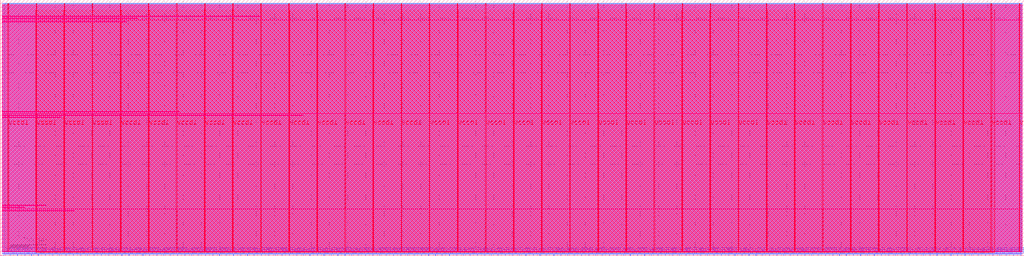
<source format=lef>
VERSION 5.7 ;
  NOWIREEXTENSIONATPIN ON ;
  DIVIDERCHAR "/" ;
  BUSBITCHARS "[]" ;
MACRO RAM_512x64
  CLASS BLOCK ;
  FOREIGN RAM_512x64 ;
  ORIGIN 0.000 0.000 ;
  SIZE 2800.000 BY 700.000 ;
  PIN A[0]
    DIRECTION INPUT ;
    USE SIGNAL ;
    PORT
      LAYER met2 ;
        RECT 2447.290 0.000 2447.570 4.000 ;
    END
  END A[0]
  PIN A[1]
    DIRECTION INPUT ;
    USE SIGNAL ;
    PORT
      LAYER met2 ;
        RECT 2466.150 0.000 2466.430 4.000 ;
    END
  END A[1]
  PIN A[2]
    DIRECTION INPUT ;
    USE SIGNAL ;
    PORT
      LAYER met2 ;
        RECT 2485.470 0.000 2485.750 4.000 ;
    END
  END A[2]
  PIN A[3]
    DIRECTION INPUT ;
    USE SIGNAL ;
    PORT
      LAYER met2 ;
        RECT 2504.330 0.000 2504.610 4.000 ;
    END
  END A[3]
  PIN A[4]
    DIRECTION INPUT ;
    USE SIGNAL ;
    PORT
      LAYER met2 ;
        RECT 2523.190 0.000 2523.470 4.000 ;
    END
  END A[4]
  PIN A[5]
    DIRECTION INPUT ;
    USE SIGNAL ;
    PORT
      LAYER met2 ;
        RECT 2542.510 0.000 2542.790 4.000 ;
    END
  END A[5]
  PIN A[6]
    DIRECTION INPUT ;
    USE SIGNAL ;
    PORT
      LAYER met2 ;
        RECT 2561.370 0.000 2561.650 4.000 ;
    END
  END A[6]
  PIN A[7]
    DIRECTION INPUT ;
    USE SIGNAL ;
    PORT
      LAYER met2 ;
        RECT 2580.690 0.000 2580.970 4.000 ;
    END
  END A[7]
  PIN A[8]
    DIRECTION INPUT ;
    USE SIGNAL ;
    PORT
      LAYER met2 ;
        RECT 2599.550 0.000 2599.830 4.000 ;
    END
  END A[8]
  PIN CLK
    DIRECTION INPUT ;
    USE SIGNAL ;
    PORT
      LAYER met2 ;
        RECT 2618.410 0.000 2618.690 4.000 ;
    END
  END CLK
  PIN Di[0]
    DIRECTION INPUT ;
    USE SIGNAL ;
    PORT
      LAYER met2 ;
        RECT 1228.290 0.000 1228.570 4.000 ;
    END
  END Di[0]
  PIN Di[10]
    DIRECTION INPUT ;
    USE SIGNAL ;
    PORT
      LAYER met2 ;
        RECT 1418.730 0.000 1419.010 4.000 ;
    END
  END Di[10]
  PIN Di[11]
    DIRECTION INPUT ;
    USE SIGNAL ;
    PORT
      LAYER met2 ;
        RECT 1437.590 0.000 1437.870 4.000 ;
    END
  END Di[11]
  PIN Di[12]
    DIRECTION INPUT ;
    USE SIGNAL ;
    PORT
      LAYER met2 ;
        RECT 1456.910 0.000 1457.190 4.000 ;
    END
  END Di[12]
  PIN Di[13]
    DIRECTION INPUT ;
    USE SIGNAL ;
    PORT
      LAYER met2 ;
        RECT 1475.770 0.000 1476.050 4.000 ;
    END
  END Di[13]
  PIN Di[14]
    DIRECTION INPUT ;
    USE SIGNAL ;
    PORT
      LAYER met2 ;
        RECT 1494.630 0.000 1494.910 4.000 ;
    END
  END Di[14]
  PIN Di[15]
    DIRECTION INPUT ;
    USE SIGNAL ;
    PORT
      LAYER met2 ;
        RECT 1513.950 0.000 1514.230 4.000 ;
    END
  END Di[15]
  PIN Di[16]
    DIRECTION INPUT ;
    USE SIGNAL ;
    PORT
      LAYER met2 ;
        RECT 1532.810 0.000 1533.090 4.000 ;
    END
  END Di[16]
  PIN Di[17]
    DIRECTION INPUT ;
    USE SIGNAL ;
    PORT
      LAYER met2 ;
        RECT 1552.130 0.000 1552.410 4.000 ;
    END
  END Di[17]
  PIN Di[18]
    DIRECTION INPUT ;
    USE SIGNAL ;
    PORT
      LAYER met2 ;
        RECT 1570.990 0.000 1571.270 4.000 ;
    END
  END Di[18]
  PIN Di[19]
    DIRECTION INPUT ;
    USE SIGNAL ;
    PORT
      LAYER met2 ;
        RECT 1589.850 0.000 1590.130 4.000 ;
    END
  END Di[19]
  PIN Di[1]
    DIRECTION INPUT ;
    USE SIGNAL ;
    PORT
      LAYER met2 ;
        RECT 1247.150 0.000 1247.430 4.000 ;
    END
  END Di[1]
  PIN Di[20]
    DIRECTION INPUT ;
    USE SIGNAL ;
    PORT
      LAYER met2 ;
        RECT 1609.170 0.000 1609.450 4.000 ;
    END
  END Di[20]
  PIN Di[21]
    DIRECTION INPUT ;
    USE SIGNAL ;
    PORT
      LAYER met2 ;
        RECT 1628.030 0.000 1628.310 4.000 ;
    END
  END Di[21]
  PIN Di[22]
    DIRECTION INPUT ;
    USE SIGNAL ;
    PORT
      LAYER met2 ;
        RECT 1647.350 0.000 1647.630 4.000 ;
    END
  END Di[22]
  PIN Di[23]
    DIRECTION INPUT ;
    USE SIGNAL ;
    PORT
      LAYER met2 ;
        RECT 1666.210 0.000 1666.490 4.000 ;
    END
  END Di[23]
  PIN Di[24]
    DIRECTION INPUT ;
    USE SIGNAL ;
    PORT
      LAYER met2 ;
        RECT 1685.070 0.000 1685.350 4.000 ;
    END
  END Di[24]
  PIN Di[25]
    DIRECTION INPUT ;
    USE SIGNAL ;
    PORT
      LAYER met2 ;
        RECT 1704.390 0.000 1704.670 4.000 ;
    END
  END Di[25]
  PIN Di[26]
    DIRECTION INPUT ;
    USE SIGNAL ;
    PORT
      LAYER met2 ;
        RECT 1723.250 0.000 1723.530 4.000 ;
    END
  END Di[26]
  PIN Di[27]
    DIRECTION INPUT ;
    USE SIGNAL ;
    PORT
      LAYER met2 ;
        RECT 1742.570 0.000 1742.850 4.000 ;
    END
  END Di[27]
  PIN Di[28]
    DIRECTION INPUT ;
    USE SIGNAL ;
    PORT
      LAYER met2 ;
        RECT 1761.430 0.000 1761.710 4.000 ;
    END
  END Di[28]
  PIN Di[29]
    DIRECTION INPUT ;
    USE SIGNAL ;
    PORT
      LAYER met2 ;
        RECT 1780.290 0.000 1780.570 4.000 ;
    END
  END Di[29]
  PIN Di[2]
    DIRECTION INPUT ;
    USE SIGNAL ;
    PORT
      LAYER met2 ;
        RECT 1266.010 0.000 1266.290 4.000 ;
    END
  END Di[2]
  PIN Di[30]
    DIRECTION INPUT ;
    USE SIGNAL ;
    PORT
      LAYER met2 ;
        RECT 1799.610 0.000 1799.890 4.000 ;
    END
  END Di[30]
  PIN Di[31]
    DIRECTION INPUT ;
    USE SIGNAL ;
    PORT
      LAYER met2 ;
        RECT 1818.470 0.000 1818.750 4.000 ;
    END
  END Di[31]
  PIN Di[32]
    DIRECTION INPUT ;
    USE SIGNAL ;
    PORT
      LAYER met2 ;
        RECT 1837.790 0.000 1838.070 4.000 ;
    END
  END Di[32]
  PIN Di[33]
    DIRECTION INPUT ;
    USE SIGNAL ;
    PORT
      LAYER met2 ;
        RECT 1856.650 0.000 1856.930 4.000 ;
    END
  END Di[33]
  PIN Di[34]
    DIRECTION INPUT ;
    USE SIGNAL ;
    PORT
      LAYER met2 ;
        RECT 1875.970 0.000 1876.250 4.000 ;
    END
  END Di[34]
  PIN Di[35]
    DIRECTION INPUT ;
    USE SIGNAL ;
    PORT
      LAYER met2 ;
        RECT 1894.830 0.000 1895.110 4.000 ;
    END
  END Di[35]
  PIN Di[36]
    DIRECTION INPUT ;
    USE SIGNAL ;
    PORT
      LAYER met2 ;
        RECT 1913.690 0.000 1913.970 4.000 ;
    END
  END Di[36]
  PIN Di[37]
    DIRECTION INPUT ;
    USE SIGNAL ;
    PORT
      LAYER met2 ;
        RECT 1933.010 0.000 1933.290 4.000 ;
    END
  END Di[37]
  PIN Di[38]
    DIRECTION INPUT ;
    USE SIGNAL ;
    PORT
      LAYER met2 ;
        RECT 1951.870 0.000 1952.150 4.000 ;
    END
  END Di[38]
  PIN Di[39]
    DIRECTION INPUT ;
    USE SIGNAL ;
    PORT
      LAYER met2 ;
        RECT 1971.190 0.000 1971.470 4.000 ;
    END
  END Di[39]
  PIN Di[3]
    DIRECTION INPUT ;
    USE SIGNAL ;
    PORT
      LAYER met2 ;
        RECT 1285.330 0.000 1285.610 4.000 ;
    END
  END Di[3]
  PIN Di[40]
    DIRECTION INPUT ;
    USE SIGNAL ;
    PORT
      LAYER met2 ;
        RECT 1990.050 0.000 1990.330 4.000 ;
    END
  END Di[40]
  PIN Di[41]
    DIRECTION INPUT ;
    USE SIGNAL ;
    PORT
      LAYER met2 ;
        RECT 2008.910 0.000 2009.190 4.000 ;
    END
  END Di[41]
  PIN Di[42]
    DIRECTION INPUT ;
    USE SIGNAL ;
    PORT
      LAYER met2 ;
        RECT 2028.230 0.000 2028.510 4.000 ;
    END
  END Di[42]
  PIN Di[43]
    DIRECTION INPUT ;
    USE SIGNAL ;
    PORT
      LAYER met2 ;
        RECT 2047.090 0.000 2047.370 4.000 ;
    END
  END Di[43]
  PIN Di[44]
    DIRECTION INPUT ;
    USE SIGNAL ;
    PORT
      LAYER met2 ;
        RECT 2066.410 0.000 2066.690 4.000 ;
    END
  END Di[44]
  PIN Di[45]
    DIRECTION INPUT ;
    USE SIGNAL ;
    PORT
      LAYER met2 ;
        RECT 2085.270 0.000 2085.550 4.000 ;
    END
  END Di[45]
  PIN Di[46]
    DIRECTION INPUT ;
    USE SIGNAL ;
    PORT
      LAYER met2 ;
        RECT 2104.130 0.000 2104.410 4.000 ;
    END
  END Di[46]
  PIN Di[47]
    DIRECTION INPUT ;
    USE SIGNAL ;
    PORT
      LAYER met2 ;
        RECT 2123.450 0.000 2123.730 4.000 ;
    END
  END Di[47]
  PIN Di[48]
    DIRECTION INPUT ;
    USE SIGNAL ;
    PORT
      LAYER met2 ;
        RECT 2142.310 0.000 2142.590 4.000 ;
    END
  END Di[48]
  PIN Di[49]
    DIRECTION INPUT ;
    USE SIGNAL ;
    PORT
      LAYER met2 ;
        RECT 2161.630 0.000 2161.910 4.000 ;
    END
  END Di[49]
  PIN Di[4]
    DIRECTION INPUT ;
    USE SIGNAL ;
    PORT
      LAYER met2 ;
        RECT 1304.190 0.000 1304.470 4.000 ;
    END
  END Di[4]
  PIN Di[50]
    DIRECTION INPUT ;
    USE SIGNAL ;
    PORT
      LAYER met2 ;
        RECT 2180.490 0.000 2180.770 4.000 ;
    END
  END Di[50]
  PIN Di[51]
    DIRECTION INPUT ;
    USE SIGNAL ;
    PORT
      LAYER met2 ;
        RECT 2199.350 0.000 2199.630 4.000 ;
    END
  END Di[51]
  PIN Di[52]
    DIRECTION INPUT ;
    USE SIGNAL ;
    PORT
      LAYER met2 ;
        RECT 2218.670 0.000 2218.950 4.000 ;
    END
  END Di[52]
  PIN Di[53]
    DIRECTION INPUT ;
    USE SIGNAL ;
    PORT
      LAYER met2 ;
        RECT 2237.530 0.000 2237.810 4.000 ;
    END
  END Di[53]
  PIN Di[54]
    DIRECTION INPUT ;
    USE SIGNAL ;
    PORT
      LAYER met2 ;
        RECT 2256.850 0.000 2257.130 4.000 ;
    END
  END Di[54]
  PIN Di[55]
    DIRECTION INPUT ;
    USE SIGNAL ;
    PORT
      LAYER met2 ;
        RECT 2275.710 0.000 2275.990 4.000 ;
    END
  END Di[55]
  PIN Di[56]
    DIRECTION INPUT ;
    USE SIGNAL ;
    PORT
      LAYER met2 ;
        RECT 2294.570 0.000 2294.850 4.000 ;
    END
  END Di[56]
  PIN Di[57]
    DIRECTION INPUT ;
    USE SIGNAL ;
    PORT
      LAYER met2 ;
        RECT 2313.890 0.000 2314.170 4.000 ;
    END
  END Di[57]
  PIN Di[58]
    DIRECTION INPUT ;
    USE SIGNAL ;
    PORT
      LAYER met2 ;
        RECT 2332.750 0.000 2333.030 4.000 ;
    END
  END Di[58]
  PIN Di[59]
    DIRECTION INPUT ;
    USE SIGNAL ;
    PORT
      LAYER met2 ;
        RECT 2352.070 0.000 2352.350 4.000 ;
    END
  END Di[59]
  PIN Di[5]
    DIRECTION INPUT ;
    USE SIGNAL ;
    PORT
      LAYER met2 ;
        RECT 1323.510 0.000 1323.790 4.000 ;
    END
  END Di[5]
  PIN Di[60]
    DIRECTION INPUT ;
    USE SIGNAL ;
    PORT
      LAYER met2 ;
        RECT 2370.930 0.000 2371.210 4.000 ;
    END
  END Di[60]
  PIN Di[61]
    DIRECTION INPUT ;
    USE SIGNAL ;
    PORT
      LAYER met2 ;
        RECT 2390.250 0.000 2390.530 4.000 ;
    END
  END Di[61]
  PIN Di[62]
    DIRECTION INPUT ;
    USE SIGNAL ;
    PORT
      LAYER met2 ;
        RECT 2409.110 0.000 2409.390 4.000 ;
    END
  END Di[62]
  PIN Di[63]
    DIRECTION INPUT ;
    USE SIGNAL ;
    PORT
      LAYER met2 ;
        RECT 2427.970 0.000 2428.250 4.000 ;
    END
  END Di[63]
  PIN Di[6]
    DIRECTION INPUT ;
    USE SIGNAL ;
    PORT
      LAYER met2 ;
        RECT 1342.370 0.000 1342.650 4.000 ;
    END
  END Di[6]
  PIN Di[7]
    DIRECTION INPUT ;
    USE SIGNAL ;
    PORT
      LAYER met2 ;
        RECT 1361.230 0.000 1361.510 4.000 ;
    END
  END Di[7]
  PIN Di[8]
    DIRECTION INPUT ;
    USE SIGNAL ;
    PORT
      LAYER met2 ;
        RECT 1380.550 0.000 1380.830 4.000 ;
    END
  END Di[8]
  PIN Di[9]
    DIRECTION INPUT ;
    USE SIGNAL ;
    PORT
      LAYER met2 ;
        RECT 1399.410 0.000 1399.690 4.000 ;
    END
  END Di[9]
  PIN Do[0]
    DIRECTION OUTPUT TRISTATE ;
    USE SIGNAL ;
    PORT
      LAYER met2 ;
        RECT 9.290 0.000 9.570 4.000 ;
    END
  END Do[0]
  PIN Do[10]
    DIRECTION OUTPUT TRISTATE ;
    USE SIGNAL ;
    PORT
      LAYER met2 ;
        RECT 199.730 0.000 200.010 4.000 ;
    END
  END Do[10]
  PIN Do[11]
    DIRECTION OUTPUT TRISTATE ;
    USE SIGNAL ;
    PORT
      LAYER met2 ;
        RECT 218.590 0.000 218.870 4.000 ;
    END
  END Do[11]
  PIN Do[12]
    DIRECTION OUTPUT TRISTATE ;
    USE SIGNAL ;
    PORT
      LAYER met2 ;
        RECT 237.450 0.000 237.730 4.000 ;
    END
  END Do[12]
  PIN Do[13]
    DIRECTION OUTPUT TRISTATE ;
    USE SIGNAL ;
    PORT
      LAYER met2 ;
        RECT 256.770 0.000 257.050 4.000 ;
    END
  END Do[13]
  PIN Do[14]
    DIRECTION OUTPUT TRISTATE ;
    USE SIGNAL ;
    PORT
      LAYER met2 ;
        RECT 275.630 0.000 275.910 4.000 ;
    END
  END Do[14]
  PIN Do[15]
    DIRECTION OUTPUT TRISTATE ;
    USE SIGNAL ;
    PORT
      LAYER met2 ;
        RECT 294.950 0.000 295.230 4.000 ;
    END
  END Do[15]
  PIN Do[16]
    DIRECTION OUTPUT TRISTATE ;
    USE SIGNAL ;
    PORT
      LAYER met2 ;
        RECT 313.810 0.000 314.090 4.000 ;
    END
  END Do[16]
  PIN Do[17]
    DIRECTION OUTPUT TRISTATE ;
    USE SIGNAL ;
    PORT
      LAYER met2 ;
        RECT 332.670 0.000 332.950 4.000 ;
    END
  END Do[17]
  PIN Do[18]
    DIRECTION OUTPUT TRISTATE ;
    USE SIGNAL ;
    PORT
      LAYER met2 ;
        RECT 351.990 0.000 352.270 4.000 ;
    END
  END Do[18]
  PIN Do[19]
    DIRECTION OUTPUT TRISTATE ;
    USE SIGNAL ;
    PORT
      LAYER met2 ;
        RECT 370.850 0.000 371.130 4.000 ;
    END
  END Do[19]
  PIN Do[1]
    DIRECTION OUTPUT TRISTATE ;
    USE SIGNAL ;
    PORT
      LAYER met2 ;
        RECT 28.150 0.000 28.430 4.000 ;
    END
  END Do[1]
  PIN Do[20]
    DIRECTION OUTPUT TRISTATE ;
    USE SIGNAL ;
    PORT
      LAYER met2 ;
        RECT 390.170 0.000 390.450 4.000 ;
    END
  END Do[20]
  PIN Do[21]
    DIRECTION OUTPUT TRISTATE ;
    USE SIGNAL ;
    PORT
      LAYER met2 ;
        RECT 409.030 0.000 409.310 4.000 ;
    END
  END Do[21]
  PIN Do[22]
    DIRECTION OUTPUT TRISTATE ;
    USE SIGNAL ;
    PORT
      LAYER met2 ;
        RECT 427.890 0.000 428.170 4.000 ;
    END
  END Do[22]
  PIN Do[23]
    DIRECTION OUTPUT TRISTATE ;
    USE SIGNAL ;
    PORT
      LAYER met2 ;
        RECT 447.210 0.000 447.490 4.000 ;
    END
  END Do[23]
  PIN Do[24]
    DIRECTION OUTPUT TRISTATE ;
    USE SIGNAL ;
    PORT
      LAYER met2 ;
        RECT 466.070 0.000 466.350 4.000 ;
    END
  END Do[24]
  PIN Do[25]
    DIRECTION OUTPUT TRISTATE ;
    USE SIGNAL ;
    PORT
      LAYER met2 ;
        RECT 485.390 0.000 485.670 4.000 ;
    END
  END Do[25]
  PIN Do[26]
    DIRECTION OUTPUT TRISTATE ;
    USE SIGNAL ;
    PORT
      LAYER met2 ;
        RECT 504.250 0.000 504.530 4.000 ;
    END
  END Do[26]
  PIN Do[27]
    DIRECTION OUTPUT TRISTATE ;
    USE SIGNAL ;
    PORT
      LAYER met2 ;
        RECT 523.570 0.000 523.850 4.000 ;
    END
  END Do[27]
  PIN Do[28]
    DIRECTION OUTPUT TRISTATE ;
    USE SIGNAL ;
    PORT
      LAYER met2 ;
        RECT 542.430 0.000 542.710 4.000 ;
    END
  END Do[28]
  PIN Do[29]
    DIRECTION OUTPUT TRISTATE ;
    USE SIGNAL ;
    PORT
      LAYER met2 ;
        RECT 561.290 0.000 561.570 4.000 ;
    END
  END Do[29]
  PIN Do[2]
    DIRECTION OUTPUT TRISTATE ;
    USE SIGNAL ;
    PORT
      LAYER met2 ;
        RECT 47.010 0.000 47.290 4.000 ;
    END
  END Do[2]
  PIN Do[30]
    DIRECTION OUTPUT TRISTATE ;
    USE SIGNAL ;
    PORT
      LAYER met2 ;
        RECT 580.610 0.000 580.890 4.000 ;
    END
  END Do[30]
  PIN Do[31]
    DIRECTION OUTPUT TRISTATE ;
    USE SIGNAL ;
    PORT
      LAYER met2 ;
        RECT 599.470 0.000 599.750 4.000 ;
    END
  END Do[31]
  PIN Do[32]
    DIRECTION OUTPUT TRISTATE ;
    USE SIGNAL ;
    PORT
      LAYER met2 ;
        RECT 618.790 0.000 619.070 4.000 ;
    END
  END Do[32]
  PIN Do[33]
    DIRECTION OUTPUT TRISTATE ;
    USE SIGNAL ;
    PORT
      LAYER met2 ;
        RECT 637.650 0.000 637.930 4.000 ;
    END
  END Do[33]
  PIN Do[34]
    DIRECTION OUTPUT TRISTATE ;
    USE SIGNAL ;
    PORT
      LAYER met2 ;
        RECT 656.510 0.000 656.790 4.000 ;
    END
  END Do[34]
  PIN Do[35]
    DIRECTION OUTPUT TRISTATE ;
    USE SIGNAL ;
    PORT
      LAYER met2 ;
        RECT 675.830 0.000 676.110 4.000 ;
    END
  END Do[35]
  PIN Do[36]
    DIRECTION OUTPUT TRISTATE ;
    USE SIGNAL ;
    PORT
      LAYER met2 ;
        RECT 694.690 0.000 694.970 4.000 ;
    END
  END Do[36]
  PIN Do[37]
    DIRECTION OUTPUT TRISTATE ;
    USE SIGNAL ;
    PORT
      LAYER met2 ;
        RECT 714.010 0.000 714.290 4.000 ;
    END
  END Do[37]
  PIN Do[38]
    DIRECTION OUTPUT TRISTATE ;
    USE SIGNAL ;
    PORT
      LAYER met2 ;
        RECT 732.870 0.000 733.150 4.000 ;
    END
  END Do[38]
  PIN Do[39]
    DIRECTION OUTPUT TRISTATE ;
    USE SIGNAL ;
    PORT
      LAYER met2 ;
        RECT 751.730 0.000 752.010 4.000 ;
    END
  END Do[39]
  PIN Do[3]
    DIRECTION OUTPUT TRISTATE ;
    USE SIGNAL ;
    PORT
      LAYER met2 ;
        RECT 66.330 0.000 66.610 4.000 ;
    END
  END Do[3]
  PIN Do[40]
    DIRECTION OUTPUT TRISTATE ;
    USE SIGNAL ;
    PORT
      LAYER met2 ;
        RECT 771.050 0.000 771.330 4.000 ;
    END
  END Do[40]
  PIN Do[41]
    DIRECTION OUTPUT TRISTATE ;
    USE SIGNAL ;
    PORT
      LAYER met2 ;
        RECT 789.910 0.000 790.190 4.000 ;
    END
  END Do[41]
  PIN Do[42]
    DIRECTION OUTPUT TRISTATE ;
    USE SIGNAL ;
    PORT
      LAYER met2 ;
        RECT 809.230 0.000 809.510 4.000 ;
    END
  END Do[42]
  PIN Do[43]
    DIRECTION OUTPUT TRISTATE ;
    USE SIGNAL ;
    PORT
      LAYER met2 ;
        RECT 828.090 0.000 828.370 4.000 ;
    END
  END Do[43]
  PIN Do[44]
    DIRECTION OUTPUT TRISTATE ;
    USE SIGNAL ;
    PORT
      LAYER met2 ;
        RECT 846.950 0.000 847.230 4.000 ;
    END
  END Do[44]
  PIN Do[45]
    DIRECTION OUTPUT TRISTATE ;
    USE SIGNAL ;
    PORT
      LAYER met2 ;
        RECT 866.270 0.000 866.550 4.000 ;
    END
  END Do[45]
  PIN Do[46]
    DIRECTION OUTPUT TRISTATE ;
    USE SIGNAL ;
    PORT
      LAYER met2 ;
        RECT 885.130 0.000 885.410 4.000 ;
    END
  END Do[46]
  PIN Do[47]
    DIRECTION OUTPUT TRISTATE ;
    USE SIGNAL ;
    PORT
      LAYER met2 ;
        RECT 904.450 0.000 904.730 4.000 ;
    END
  END Do[47]
  PIN Do[48]
    DIRECTION OUTPUT TRISTATE ;
    USE SIGNAL ;
    PORT
      LAYER met2 ;
        RECT 923.310 0.000 923.590 4.000 ;
    END
  END Do[48]
  PIN Do[49]
    DIRECTION OUTPUT TRISTATE ;
    USE SIGNAL ;
    PORT
      LAYER met2 ;
        RECT 942.630 0.000 942.910 4.000 ;
    END
  END Do[49]
  PIN Do[4]
    DIRECTION OUTPUT TRISTATE ;
    USE SIGNAL ;
    PORT
      LAYER met2 ;
        RECT 85.190 0.000 85.470 4.000 ;
    END
  END Do[4]
  PIN Do[50]
    DIRECTION OUTPUT TRISTATE ;
    USE SIGNAL ;
    PORT
      LAYER met2 ;
        RECT 961.490 0.000 961.770 4.000 ;
    END
  END Do[50]
  PIN Do[51]
    DIRECTION OUTPUT TRISTATE ;
    USE SIGNAL ;
    PORT
      LAYER met2 ;
        RECT 980.350 0.000 980.630 4.000 ;
    END
  END Do[51]
  PIN Do[52]
    DIRECTION OUTPUT TRISTATE ;
    USE SIGNAL ;
    PORT
      LAYER met2 ;
        RECT 999.670 0.000 999.950 4.000 ;
    END
  END Do[52]
  PIN Do[53]
    DIRECTION OUTPUT TRISTATE ;
    USE SIGNAL ;
    PORT
      LAYER met2 ;
        RECT 1018.530 0.000 1018.810 4.000 ;
    END
  END Do[53]
  PIN Do[54]
    DIRECTION OUTPUT TRISTATE ;
    USE SIGNAL ;
    PORT
      LAYER met2 ;
        RECT 1037.850 0.000 1038.130 4.000 ;
    END
  END Do[54]
  PIN Do[55]
    DIRECTION OUTPUT TRISTATE ;
    USE SIGNAL ;
    PORT
      LAYER met2 ;
        RECT 1056.710 0.000 1056.990 4.000 ;
    END
  END Do[55]
  PIN Do[56]
    DIRECTION OUTPUT TRISTATE ;
    USE SIGNAL ;
    PORT
      LAYER met2 ;
        RECT 1075.570 0.000 1075.850 4.000 ;
    END
  END Do[56]
  PIN Do[57]
    DIRECTION OUTPUT TRISTATE ;
    USE SIGNAL ;
    PORT
      LAYER met2 ;
        RECT 1094.890 0.000 1095.170 4.000 ;
    END
  END Do[57]
  PIN Do[58]
    DIRECTION OUTPUT TRISTATE ;
    USE SIGNAL ;
    PORT
      LAYER met2 ;
        RECT 1113.750 0.000 1114.030 4.000 ;
    END
  END Do[58]
  PIN Do[59]
    DIRECTION OUTPUT TRISTATE ;
    USE SIGNAL ;
    PORT
      LAYER met2 ;
        RECT 1133.070 0.000 1133.350 4.000 ;
    END
  END Do[59]
  PIN Do[5]
    DIRECTION OUTPUT TRISTATE ;
    USE SIGNAL ;
    PORT
      LAYER met2 ;
        RECT 104.510 0.000 104.790 4.000 ;
    END
  END Do[5]
  PIN Do[60]
    DIRECTION OUTPUT TRISTATE ;
    USE SIGNAL ;
    PORT
      LAYER met2 ;
        RECT 1151.930 0.000 1152.210 4.000 ;
    END
  END Do[60]
  PIN Do[61]
    DIRECTION OUTPUT TRISTATE ;
    USE SIGNAL ;
    PORT
      LAYER met2 ;
        RECT 1170.790 0.000 1171.070 4.000 ;
    END
  END Do[61]
  PIN Do[62]
    DIRECTION OUTPUT TRISTATE ;
    USE SIGNAL ;
    PORT
      LAYER met2 ;
        RECT 1190.110 0.000 1190.390 4.000 ;
    END
  END Do[62]
  PIN Do[63]
    DIRECTION OUTPUT TRISTATE ;
    USE SIGNAL ;
    PORT
      LAYER met2 ;
        RECT 1208.970 0.000 1209.250 4.000 ;
    END
  END Do[63]
  PIN Do[6]
    DIRECTION OUTPUT TRISTATE ;
    USE SIGNAL ;
    PORT
      LAYER met2 ;
        RECT 123.370 0.000 123.650 4.000 ;
    END
  END Do[6]
  PIN Do[7]
    DIRECTION OUTPUT TRISTATE ;
    USE SIGNAL ;
    PORT
      LAYER met2 ;
        RECT 142.230 0.000 142.510 4.000 ;
    END
  END Do[7]
  PIN Do[8]
    DIRECTION OUTPUT TRISTATE ;
    USE SIGNAL ;
    PORT
      LAYER met2 ;
        RECT 161.550 0.000 161.830 4.000 ;
    END
  END Do[8]
  PIN Do[9]
    DIRECTION OUTPUT TRISTATE ;
    USE SIGNAL ;
    PORT
      LAYER met2 ;
        RECT 180.410 0.000 180.690 4.000 ;
    END
  END Do[9]
  PIN EN
    DIRECTION INPUT ;
    USE SIGNAL ;
    PORT
      LAYER met2 ;
        RECT 2789.990 0.000 2790.270 4.000 ;
    END
  END EN
  PIN WE[0]
    DIRECTION INPUT ;
    USE SIGNAL ;
    PORT
      LAYER met2 ;
        RECT 2637.730 0.000 2638.010 4.000 ;
    END
  END WE[0]
  PIN WE[1]
    DIRECTION INPUT ;
    USE SIGNAL ;
    PORT
      LAYER met2 ;
        RECT 2656.590 0.000 2656.870 4.000 ;
    END
  END WE[1]
  PIN WE[2]
    DIRECTION INPUT ;
    USE SIGNAL ;
    PORT
      LAYER met2 ;
        RECT 2675.910 0.000 2676.190 4.000 ;
    END
  END WE[2]
  PIN WE[3]
    DIRECTION INPUT ;
    USE SIGNAL ;
    PORT
      LAYER met2 ;
        RECT 2694.770 0.000 2695.050 4.000 ;
    END
  END WE[3]
  PIN WE[4]
    DIRECTION INPUT ;
    USE SIGNAL ;
    PORT
      LAYER met2 ;
        RECT 2713.630 0.000 2713.910 4.000 ;
    END
  END WE[4]
  PIN WE[5]
    DIRECTION INPUT ;
    USE SIGNAL ;
    PORT
      LAYER met2 ;
        RECT 2732.950 0.000 2733.230 4.000 ;
    END
  END WE[5]
  PIN WE[6]
    DIRECTION INPUT ;
    USE SIGNAL ;
    PORT
      LAYER met2 ;
        RECT 2751.810 0.000 2752.090 4.000 ;
    END
  END WE[6]
  PIN WE[7]
    DIRECTION INPUT ;
    USE SIGNAL ;
    PORT
      LAYER met2 ;
        RECT 2771.130 0.000 2771.410 4.000 ;
    END
  END WE[7]
  PIN vccd1
    DIRECTION INOUT ;
    USE POWER ;
    PORT
      LAYER met4 ;
        RECT 2785.840 10.640 2787.440 688.400 ;
    END
  END vccd1
  PIN vccd1
    DIRECTION INOUT ;
    USE POWER ;
    PORT
      LAYER met4 ;
        RECT 2632.240 10.640 2633.840 688.400 ;
    END
  END vccd1
  PIN vccd1
    DIRECTION INOUT ;
    USE POWER ;
    PORT
      LAYER met4 ;
        RECT 2478.640 10.640 2480.240 688.400 ;
    END
  END vccd1
  PIN vccd1
    DIRECTION INOUT ;
    USE POWER ;
    PORT
      LAYER met4 ;
        RECT 2325.040 10.640 2326.640 688.400 ;
    END
  END vccd1
  PIN vccd1
    DIRECTION INOUT ;
    USE POWER ;
    PORT
      LAYER met4 ;
        RECT 2171.440 10.640 2173.040 688.400 ;
    END
  END vccd1
  PIN vccd1
    DIRECTION INOUT ;
    USE POWER ;
    PORT
      LAYER met4 ;
        RECT 2017.840 10.640 2019.440 688.400 ;
    END
  END vccd1
  PIN vccd1
    DIRECTION INOUT ;
    USE POWER ;
    PORT
      LAYER met4 ;
        RECT 1864.240 10.640 1865.840 688.400 ;
    END
  END vccd1
  PIN vccd1
    DIRECTION INOUT ;
    USE POWER ;
    PORT
      LAYER met4 ;
        RECT 1710.640 10.640 1712.240 688.400 ;
    END
  END vccd1
  PIN vccd1
    DIRECTION INOUT ;
    USE POWER ;
    PORT
      LAYER met4 ;
        RECT 1557.040 10.640 1558.640 688.400 ;
    END
  END vccd1
  PIN vccd1
    DIRECTION INOUT ;
    USE POWER ;
    PORT
      LAYER met4 ;
        RECT 1403.440 10.640 1405.040 688.400 ;
    END
  END vccd1
  PIN vccd1
    DIRECTION INOUT ;
    USE POWER ;
    PORT
      LAYER met4 ;
        RECT 1249.840 10.640 1251.440 688.400 ;
    END
  END vccd1
  PIN vccd1
    DIRECTION INOUT ;
    USE POWER ;
    PORT
      LAYER met4 ;
        RECT 1096.240 10.640 1097.840 688.400 ;
    END
  END vccd1
  PIN vccd1
    DIRECTION INOUT ;
    USE POWER ;
    PORT
      LAYER met4 ;
        RECT 942.640 10.640 944.240 688.400 ;
    END
  END vccd1
  PIN vccd1
    DIRECTION INOUT ;
    USE POWER ;
    PORT
      LAYER met4 ;
        RECT 789.040 10.640 790.640 688.400 ;
    END
  END vccd1
  PIN vccd1
    DIRECTION INOUT ;
    USE POWER ;
    PORT
      LAYER met4 ;
        RECT 635.440 10.640 637.040 688.400 ;
    END
  END vccd1
  PIN vccd1
    DIRECTION INOUT ;
    USE POWER ;
    PORT
      LAYER met4 ;
        RECT 481.840 10.640 483.440 688.400 ;
    END
  END vccd1
  PIN vccd1
    DIRECTION INOUT ;
    USE POWER ;
    PORT
      LAYER met4 ;
        RECT 328.240 10.640 329.840 688.400 ;
    END
  END vccd1
  PIN vccd1
    DIRECTION INOUT ;
    USE POWER ;
    PORT
      LAYER met4 ;
        RECT 174.640 10.640 176.240 688.400 ;
    END
  END vccd1
  PIN vccd1
    DIRECTION INOUT ;
    USE POWER ;
    PORT
      LAYER met4 ;
        RECT 21.040 10.640 22.640 688.400 ;
    END
  END vccd1
  PIN vssd1
    DIRECTION INOUT ;
    USE GROUND ;
    PORT
      LAYER met4 ;
        RECT 2709.040 10.640 2710.640 688.400 ;
    END
  END vssd1
  PIN vssd1
    DIRECTION INOUT ;
    USE GROUND ;
    PORT
      LAYER met4 ;
        RECT 2555.440 10.640 2557.040 688.400 ;
    END
  END vssd1
  PIN vssd1
    DIRECTION INOUT ;
    USE GROUND ;
    PORT
      LAYER met4 ;
        RECT 2401.840 10.640 2403.440 688.400 ;
    END
  END vssd1
  PIN vssd1
    DIRECTION INOUT ;
    USE GROUND ;
    PORT
      LAYER met4 ;
        RECT 2248.240 10.640 2249.840 688.400 ;
    END
  END vssd1
  PIN vssd1
    DIRECTION INOUT ;
    USE GROUND ;
    PORT
      LAYER met4 ;
        RECT 2094.640 10.640 2096.240 688.400 ;
    END
  END vssd1
  PIN vssd1
    DIRECTION INOUT ;
    USE GROUND ;
    PORT
      LAYER met4 ;
        RECT 1941.040 10.640 1942.640 688.400 ;
    END
  END vssd1
  PIN vssd1
    DIRECTION INOUT ;
    USE GROUND ;
    PORT
      LAYER met4 ;
        RECT 1787.440 10.640 1789.040 688.400 ;
    END
  END vssd1
  PIN vssd1
    DIRECTION INOUT ;
    USE GROUND ;
    PORT
      LAYER met4 ;
        RECT 1633.840 10.640 1635.440 688.400 ;
    END
  END vssd1
  PIN vssd1
    DIRECTION INOUT ;
    USE GROUND ;
    PORT
      LAYER met4 ;
        RECT 1480.240 10.640 1481.840 688.400 ;
    END
  END vssd1
  PIN vssd1
    DIRECTION INOUT ;
    USE GROUND ;
    PORT
      LAYER met4 ;
        RECT 1326.640 10.640 1328.240 688.400 ;
    END
  END vssd1
  PIN vssd1
    DIRECTION INOUT ;
    USE GROUND ;
    PORT
      LAYER met4 ;
        RECT 1173.040 10.640 1174.640 688.400 ;
    END
  END vssd1
  PIN vssd1
    DIRECTION INOUT ;
    USE GROUND ;
    PORT
      LAYER met4 ;
        RECT 1019.440 10.640 1021.040 688.400 ;
    END
  END vssd1
  PIN vssd1
    DIRECTION INOUT ;
    USE GROUND ;
    PORT
      LAYER met4 ;
        RECT 865.840 10.640 867.440 688.400 ;
    END
  END vssd1
  PIN vssd1
    DIRECTION INOUT ;
    USE GROUND ;
    PORT
      LAYER met4 ;
        RECT 712.240 10.640 713.840 688.400 ;
    END
  END vssd1
  PIN vssd1
    DIRECTION INOUT ;
    USE GROUND ;
    PORT
      LAYER met4 ;
        RECT 558.640 10.640 560.240 688.400 ;
    END
  END vssd1
  PIN vssd1
    DIRECTION INOUT ;
    USE GROUND ;
    PORT
      LAYER met4 ;
        RECT 405.040 10.640 406.640 688.400 ;
    END
  END vssd1
  PIN vssd1
    DIRECTION INOUT ;
    USE GROUND ;
    PORT
      LAYER met4 ;
        RECT 251.440 10.640 253.040 688.400 ;
    END
  END vssd1
  PIN vssd1
    DIRECTION INOUT ;
    USE GROUND ;
    PORT
      LAYER met4 ;
        RECT 97.840 10.640 99.440 688.400 ;
    END
  END vssd1
  OBS
      LAYER nwell ;
        RECT 5.330 686.805 1047.955 686.855 ;
        RECT 5.330 684.075 2794.230 686.805 ;
        RECT 5.330 684.025 660.635 684.075 ;
        RECT 5.330 681.365 93.455 681.415 ;
        RECT 5.330 678.635 2794.230 681.365 ;
        RECT 5.330 678.585 175.335 678.635 ;
        RECT 5.330 675.925 120.595 675.975 ;
        RECT 5.330 673.195 2794.230 675.925 ;
        RECT 5.330 673.145 56.195 673.195 ;
        RECT 5.330 670.485 248.935 670.535 ;
        RECT 5.330 667.755 2794.230 670.485 ;
        RECT 5.330 667.705 147.275 667.755 ;
        RECT 5.330 665.045 165.215 665.095 ;
        RECT 5.330 662.315 2794.230 665.045 ;
        RECT 5.330 662.265 137.155 662.315 ;
        RECT 5.330 659.605 640.855 659.655 ;
        RECT 5.330 656.875 2794.230 659.605 ;
        RECT 5.330 656.825 180.395 656.875 ;
        RECT 5.330 654.165 715.375 654.215 ;
        RECT 5.330 651.435 2794.230 654.165 ;
        RECT 5.330 651.385 203.395 651.435 ;
        RECT 5.330 648.725 374.515 648.775 ;
        RECT 5.330 645.995 2794.230 648.725 ;
        RECT 5.330 645.945 119.215 645.995 ;
        RECT 5.330 643.285 536.895 643.335 ;
        RECT 5.330 640.555 2794.230 643.285 ;
        RECT 5.330 640.505 345.075 640.555 ;
        RECT 5.330 637.845 470.195 637.895 ;
        RECT 5.330 635.115 2794.230 637.845 ;
        RECT 5.330 635.065 119.215 635.115 ;
        RECT 5.330 632.405 230.075 632.455 ;
        RECT 5.330 629.675 2794.230 632.405 ;
        RECT 5.330 629.625 190.515 629.675 ;
        RECT 5.330 626.965 174.415 627.015 ;
        RECT 5.330 624.235 2794.230 626.965 ;
        RECT 5.330 624.185 181.315 624.235 ;
        RECT 5.330 621.525 84.715 621.575 ;
        RECT 5.330 618.795 2794.230 621.525 ;
        RECT 5.330 618.745 251.695 618.795 ;
        RECT 5.330 616.085 77.355 616.135 ;
        RECT 5.330 613.355 2794.230 616.085 ;
        RECT 5.330 613.305 165.675 613.355 ;
        RECT 5.330 610.645 105.415 610.695 ;
        RECT 5.330 607.915 2794.230 610.645 ;
        RECT 5.330 607.865 231.455 607.915 ;
        RECT 5.330 605.205 105.415 605.255 ;
        RECT 5.330 602.475 2794.230 605.205 ;
        RECT 5.330 602.425 222.255 602.475 ;
        RECT 5.330 599.765 200.635 599.815 ;
        RECT 5.330 597.035 2794.230 599.765 ;
        RECT 5.330 596.985 188.675 597.035 ;
        RECT 5.330 594.325 60.795 594.375 ;
        RECT 5.330 591.595 2794.230 594.325 ;
        RECT 5.330 591.545 84.255 591.595 ;
        RECT 5.330 588.885 222.715 588.935 ;
        RECT 5.330 586.155 2794.230 588.885 ;
        RECT 5.330 586.105 287.575 586.155 ;
        RECT 5.330 583.445 178.555 583.495 ;
        RECT 5.330 580.715 2794.230 583.445 ;
        RECT 5.330 580.665 41.015 580.715 ;
        RECT 5.330 578.005 105.415 578.055 ;
        RECT 5.330 575.275 2794.230 578.005 ;
        RECT 5.330 575.225 147.275 575.275 ;
        RECT 5.330 572.565 126.575 572.615 ;
        RECT 5.330 569.835 2794.230 572.565 ;
        RECT 5.330 569.785 126.115 569.835 ;
        RECT 5.330 567.125 210.755 567.175 ;
        RECT 5.330 564.395 2794.230 567.125 ;
        RECT 5.330 564.345 165.215 564.395 ;
        RECT 5.330 561.685 306.435 561.735 ;
        RECT 5.330 558.955 2794.230 561.685 ;
        RECT 5.330 558.905 119.215 558.955 ;
        RECT 5.330 556.245 91.155 556.295 ;
        RECT 5.330 553.515 2794.230 556.245 ;
        RECT 5.330 553.465 361.635 553.515 ;
        RECT 5.330 550.805 218.575 550.855 ;
        RECT 5.330 548.075 2794.230 550.805 ;
        RECT 5.330 548.025 140.375 548.075 ;
        RECT 5.330 545.365 423.735 545.415 ;
        RECT 5.330 542.635 2794.230 545.365 ;
        RECT 5.330 542.585 124.735 542.635 ;
        RECT 5.330 539.925 294.015 539.975 ;
        RECT 5.330 537.195 2794.230 539.925 ;
        RECT 5.330 537.145 111.855 537.195 ;
        RECT 5.330 534.485 501.935 534.535 ;
        RECT 5.330 531.755 2794.230 534.485 ;
        RECT 5.330 531.705 101.275 531.755 ;
        RECT 5.330 529.045 225.475 529.095 ;
        RECT 5.330 526.315 2794.230 529.045 ;
        RECT 5.330 526.265 441.675 526.315 ;
        RECT 5.330 523.605 77.355 523.655 ;
        RECT 5.330 520.875 2794.230 523.605 ;
        RECT 5.330 520.825 189.135 520.875 ;
        RECT 5.330 518.165 108.175 518.215 ;
        RECT 5.330 515.435 2794.230 518.165 ;
        RECT 5.330 515.385 147.275 515.435 ;
        RECT 5.330 512.725 204.315 512.775 ;
        RECT 5.330 509.995 2794.230 512.725 ;
        RECT 5.330 509.945 149.575 509.995 ;
        RECT 5.330 507.285 113.235 507.335 ;
        RECT 5.330 504.555 2794.230 507.285 ;
        RECT 5.330 504.505 317.015 504.555 ;
        RECT 5.330 501.845 414.075 501.895 ;
        RECT 5.330 499.115 2794.230 501.845 ;
        RECT 5.330 499.065 224.555 499.115 ;
        RECT 5.330 496.405 245.715 496.455 ;
        RECT 5.330 493.675 2794.230 496.405 ;
        RECT 5.330 493.625 371.755 493.675 ;
        RECT 5.330 490.965 114.615 491.015 ;
        RECT 5.330 488.235 2794.230 490.965 ;
        RECT 5.330 488.185 92.995 488.235 ;
        RECT 5.330 485.525 84.715 485.575 ;
        RECT 5.330 482.795 2794.230 485.525 ;
        RECT 5.330 482.745 483.995 482.795 ;
        RECT 5.330 480.085 230.075 480.135 ;
        RECT 5.330 477.355 2794.230 480.085 ;
        RECT 5.330 477.305 136.235 477.355 ;
        RECT 5.330 474.645 173.495 474.695 ;
        RECT 5.330 471.915 2794.230 474.645 ;
        RECT 5.330 471.865 81.495 471.915 ;
        RECT 5.330 469.205 161.535 469.255 ;
        RECT 5.330 466.475 2794.230 469.205 ;
        RECT 5.330 466.425 179.475 466.475 ;
        RECT 5.330 463.765 107.715 463.815 ;
        RECT 5.330 461.035 2794.230 463.765 ;
        RECT 5.330 460.985 512.055 461.035 ;
        RECT 5.330 458.325 470.195 458.375 ;
        RECT 5.330 455.595 2794.230 458.325 ;
        RECT 5.330 455.545 91.155 455.595 ;
        RECT 5.330 452.885 121.975 452.935 ;
        RECT 5.330 450.155 2794.230 452.885 ;
        RECT 5.330 450.105 97.135 450.155 ;
        RECT 5.330 447.445 121.975 447.495 ;
        RECT 5.330 444.715 2794.230 447.445 ;
        RECT 5.330 444.665 262.735 444.715 ;
        RECT 5.330 442.005 57.115 442.055 ;
        RECT 5.330 439.275 2794.230 442.005 ;
        RECT 5.330 439.225 102.655 439.275 ;
        RECT 5.330 436.565 92.995 436.615 ;
        RECT 5.330 433.835 2794.230 436.565 ;
        RECT 5.330 433.785 360.255 433.835 ;
        RECT 5.330 431.125 126.575 431.175 ;
        RECT 5.330 428.395 2794.230 431.125 ;
        RECT 5.330 428.345 91.155 428.395 ;
        RECT 5.330 425.685 126.575 425.735 ;
        RECT 5.330 422.955 2794.230 425.685 ;
        RECT 5.330 422.905 70.455 422.955 ;
        RECT 5.330 420.245 95.295 420.295 ;
        RECT 5.330 417.515 2794.230 420.245 ;
        RECT 5.330 417.465 105.415 417.515 ;
        RECT 5.330 414.805 121.515 414.855 ;
        RECT 5.330 412.075 2794.230 414.805 ;
        RECT 5.330 412.025 299.995 412.075 ;
        RECT 5.330 409.365 64.475 409.415 ;
        RECT 5.330 406.635 2794.230 409.365 ;
        RECT 5.330 406.585 76.895 406.635 ;
        RECT 5.330 403.925 94.835 403.975 ;
        RECT 5.330 401.195 2794.230 403.925 ;
        RECT 5.330 401.145 131.635 401.195 ;
        RECT 5.330 398.485 217.655 398.535 ;
        RECT 5.330 395.755 2794.230 398.485 ;
        RECT 5.330 395.705 316.555 395.755 ;
        RECT 5.330 393.045 491.355 393.095 ;
        RECT 5.330 390.315 2794.230 393.045 ;
        RECT 5.330 390.265 491.815 390.315 ;
        RECT 5.330 387.605 995.515 387.655 ;
        RECT 5.330 384.875 2794.230 387.605 ;
        RECT 5.330 384.825 828.535 384.875 ;
        RECT 5.330 382.165 77.355 382.215 ;
        RECT 5.330 379.435 2794.230 382.165 ;
        RECT 5.330 379.385 166.595 379.435 ;
        RECT 5.330 376.725 93.455 376.775 ;
        RECT 5.330 373.995 2794.230 376.725 ;
        RECT 5.330 373.945 98.515 373.995 ;
        RECT 5.330 371.285 62.175 371.335 ;
        RECT 5.330 368.555 2794.230 371.285 ;
        RECT 5.330 368.505 35.495 368.555 ;
        RECT 5.330 365.845 596.695 365.895 ;
        RECT 5.330 363.115 2794.230 365.845 ;
        RECT 5.330 363.065 148.195 363.115 ;
        RECT 5.330 360.405 105.415 360.455 ;
        RECT 5.330 357.675 2794.230 360.405 ;
        RECT 5.330 357.625 103.575 357.675 ;
        RECT 5.330 354.965 143.135 355.015 ;
        RECT 5.330 352.235 2794.230 354.965 ;
        RECT 5.330 352.185 63.095 352.235 ;
        RECT 5.330 349.525 84.715 349.575 ;
        RECT 5.330 346.795 2794.230 349.525 ;
        RECT 5.330 346.745 111.395 346.795 ;
        RECT 5.330 344.085 105.415 344.135 ;
        RECT 5.330 341.355 2794.230 344.085 ;
        RECT 5.330 341.305 403.495 341.355 ;
        RECT 5.330 338.645 81.955 338.695 ;
        RECT 5.330 335.915 2794.230 338.645 ;
        RECT 5.330 335.865 149.575 335.915 ;
        RECT 5.330 333.205 115.535 333.255 ;
        RECT 5.330 330.475 2794.230 333.205 ;
        RECT 5.330 330.425 56.195 330.475 ;
        RECT 5.330 327.765 144.515 327.815 ;
        RECT 5.330 325.035 2794.230 327.765 ;
        RECT 5.330 324.985 147.275 325.035 ;
        RECT 5.330 322.325 35.035 322.375 ;
        RECT 5.330 319.595 2794.230 322.325 ;
        RECT 5.330 319.545 119.215 319.595 ;
        RECT 5.330 316.885 144.975 316.935 ;
        RECT 5.330 314.155 2794.230 316.885 ;
        RECT 5.330 314.105 108.635 314.155 ;
        RECT 5.330 311.445 121.055 311.495 ;
        RECT 5.330 308.715 2794.230 311.445 ;
        RECT 5.330 308.665 12.035 308.715 ;
        RECT 5.330 306.005 1148.695 306.055 ;
        RECT 5.330 303.275 2794.230 306.005 ;
        RECT 5.330 303.225 588.875 303.275 ;
        RECT 5.330 300.565 489.515 300.615 ;
        RECT 5.330 297.835 2794.230 300.565 ;
        RECT 5.330 297.785 64.015 297.835 ;
        RECT 5.330 295.125 181.775 295.175 ;
        RECT 5.330 292.395 2794.230 295.125 ;
        RECT 5.330 292.345 16.635 292.395 ;
        RECT 5.330 289.685 229.615 289.735 ;
        RECT 5.330 286.955 2794.230 289.685 ;
        RECT 5.330 286.905 409.935 286.955 ;
        RECT 5.330 284.245 120.595 284.295 ;
        RECT 5.330 281.515 2794.230 284.245 ;
        RECT 5.330 281.465 79.195 281.515 ;
        RECT 5.330 278.805 105.415 278.855 ;
        RECT 5.330 276.075 2794.230 278.805 ;
        RECT 5.330 276.025 64.015 276.075 ;
        RECT 5.330 273.365 113.695 273.415 ;
        RECT 5.330 270.635 2794.230 273.365 ;
        RECT 5.330 270.585 298.155 270.635 ;
        RECT 5.330 267.925 133.475 267.975 ;
        RECT 5.330 265.195 2794.230 267.925 ;
        RECT 5.330 265.145 196.495 265.195 ;
        RECT 5.330 262.485 115.075 262.535 ;
        RECT 5.330 259.755 2794.230 262.485 ;
        RECT 5.330 259.705 203.395 259.755 ;
        RECT 5.330 257.045 135.775 257.095 ;
        RECT 5.330 254.315 2794.230 257.045 ;
        RECT 5.330 254.265 122.895 254.315 ;
        RECT 5.330 251.605 68.615 251.655 ;
        RECT 5.330 248.875 2794.230 251.605 ;
        RECT 5.330 248.825 74.135 248.875 ;
        RECT 5.330 246.165 62.635 246.215 ;
        RECT 5.330 243.435 2794.230 246.165 ;
        RECT 5.330 243.385 119.215 243.435 ;
        RECT 5.330 240.725 49.755 240.775 ;
        RECT 5.330 237.995 2794.230 240.725 ;
        RECT 5.330 237.945 51.135 237.995 ;
        RECT 5.330 235.285 919.155 235.335 ;
        RECT 5.330 232.555 2794.230 235.285 ;
        RECT 5.330 232.505 215.815 232.555 ;
        RECT 5.330 229.845 345.995 229.895 ;
        RECT 5.330 227.115 2794.230 229.845 ;
        RECT 5.330 227.065 165.215 227.115 ;
        RECT 5.330 224.405 112.775 224.455 ;
        RECT 5.330 221.675 2794.230 224.405 ;
        RECT 5.330 221.625 98.975 221.675 ;
        RECT 5.330 218.965 94.375 219.015 ;
        RECT 5.330 216.235 2794.230 218.965 ;
        RECT 5.330 216.185 119.215 216.235 ;
        RECT 5.330 213.525 562.655 213.575 ;
        RECT 5.330 210.795 2794.230 213.525 ;
        RECT 5.330 210.745 353.355 210.795 ;
        RECT 5.330 208.085 85.175 208.135 ;
        RECT 5.330 205.355 2794.230 208.085 ;
        RECT 5.330 205.305 94.375 205.355 ;
        RECT 5.330 202.645 219.035 202.695 ;
        RECT 5.330 199.915 2794.230 202.645 ;
        RECT 5.330 199.865 52.055 199.915 ;
        RECT 5.330 197.205 126.115 197.255 ;
        RECT 5.330 194.475 2794.230 197.205 ;
        RECT 5.330 194.425 97.595 194.475 ;
        RECT 5.330 191.765 95.755 191.815 ;
        RECT 5.330 189.035 2794.230 191.765 ;
        RECT 5.330 188.985 359.335 189.035 ;
        RECT 5.330 186.325 217.655 186.375 ;
        RECT 5.330 183.595 2794.230 186.325 ;
        RECT 5.330 183.545 391.535 183.595 ;
        RECT 5.330 180.885 391.535 180.935 ;
        RECT 5.330 178.155 2794.230 180.885 ;
        RECT 5.330 178.105 136.695 178.155 ;
        RECT 5.330 175.445 42.395 175.495 ;
        RECT 5.330 172.715 2794.230 175.445 ;
        RECT 5.330 172.665 427.875 172.715 ;
        RECT 5.330 170.005 245.715 170.055 ;
        RECT 5.330 167.275 2794.230 170.005 ;
        RECT 5.330 167.225 157.855 167.275 ;
        RECT 5.330 164.565 233.755 164.615 ;
        RECT 5.330 161.835 2794.230 164.565 ;
        RECT 5.330 161.785 41.015 161.835 ;
        RECT 5.330 159.125 217.655 159.175 ;
        RECT 5.330 156.395 2794.230 159.125 ;
        RECT 5.330 156.345 63.095 156.395 ;
        RECT 5.330 153.685 194.655 153.735 ;
        RECT 5.330 150.955 2794.230 153.685 ;
        RECT 5.330 150.905 108.635 150.955 ;
        RECT 5.330 148.245 140.835 148.295 ;
        RECT 5.330 145.515 2794.230 148.245 ;
        RECT 5.330 145.465 35.035 145.515 ;
        RECT 5.330 142.805 373.595 142.855 ;
        RECT 5.330 140.075 2794.230 142.805 ;
        RECT 5.330 140.025 110.015 140.075 ;
        RECT 5.330 137.365 124.275 137.415 ;
        RECT 5.330 134.635 2794.230 137.365 ;
        RECT 5.330 134.585 119.215 134.635 ;
        RECT 5.330 131.925 66.775 131.975 ;
        RECT 5.330 129.195 2794.230 131.925 ;
        RECT 5.330 129.145 175.335 129.195 ;
        RECT 5.330 126.485 193.275 126.535 ;
        RECT 5.330 123.755 2794.230 126.485 ;
        RECT 5.330 123.705 203.395 123.755 ;
        RECT 5.330 121.045 49.295 121.095 ;
        RECT 5.330 118.315 2794.230 121.045 ;
        RECT 5.330 118.265 91.155 118.315 ;
        RECT 5.330 115.605 86.555 115.655 ;
        RECT 5.330 112.875 2794.230 115.605 ;
        RECT 5.330 112.825 210.755 112.875 ;
        RECT 5.330 110.165 105.415 110.215 ;
        RECT 5.330 107.435 2794.230 110.165 ;
        RECT 5.330 107.385 44.235 107.435 ;
        RECT 5.330 104.725 161.535 104.775 ;
        RECT 5.330 101.995 2794.230 104.725 ;
        RECT 5.330 101.945 137.615 101.995 ;
        RECT 5.330 99.285 199.715 99.335 ;
        RECT 5.330 96.555 2794.230 99.285 ;
        RECT 5.330 96.505 147.275 96.555 ;
        RECT 5.330 93.845 424.655 93.895 ;
        RECT 5.330 91.115 2794.230 93.845 ;
        RECT 5.330 91.065 315.635 91.115 ;
        RECT 5.330 88.405 57.575 88.455 ;
        RECT 5.330 85.675 2794.230 88.405 ;
        RECT 5.330 85.625 91.155 85.675 ;
        RECT 5.330 82.965 31.815 83.015 ;
        RECT 5.330 80.235 2794.230 82.965 ;
        RECT 5.330 80.185 308.735 80.235 ;
        RECT 5.330 77.525 136.235 77.575 ;
        RECT 5.330 74.795 2794.230 77.525 ;
        RECT 5.330 74.745 48.375 74.795 ;
        RECT 5.330 72.085 113.695 72.135 ;
        RECT 5.330 69.355 2794.230 72.085 ;
        RECT 5.330 69.305 119.215 69.355 ;
        RECT 5.330 66.645 38.715 66.695 ;
        RECT 5.330 63.915 2794.230 66.645 ;
        RECT 5.330 63.865 203.395 63.915 ;
        RECT 5.330 61.205 140.835 61.255 ;
        RECT 5.330 58.475 2794.230 61.205 ;
        RECT 5.330 58.425 43.315 58.475 ;
        RECT 5.330 55.765 311.495 55.815 ;
        RECT 5.330 53.035 2794.230 55.765 ;
        RECT 5.330 52.985 12.955 53.035 ;
        RECT 5.330 50.325 189.595 50.375 ;
        RECT 5.330 47.595 2794.230 50.325 ;
        RECT 5.330 47.545 49.295 47.595 ;
        RECT 5.330 44.885 92.075 44.935 ;
        RECT 5.330 42.155 2794.230 44.885 ;
        RECT 5.330 42.105 128.875 42.155 ;
        RECT 5.330 39.445 115.535 39.495 ;
        RECT 5.330 36.715 2794.230 39.445 ;
        RECT 5.330 36.665 100.355 36.715 ;
        RECT 5.330 34.005 225.015 34.055 ;
        RECT 5.330 31.275 2794.230 34.005 ;
        RECT 5.330 31.225 241.575 31.275 ;
        RECT 5.330 28.565 340.475 28.615 ;
        RECT 5.330 25.835 2794.230 28.565 ;
        RECT 5.330 25.785 277.455 25.835 ;
        RECT 5.330 23.125 571.855 23.175 ;
        RECT 5.330 20.395 2794.230 23.125 ;
        RECT 5.330 20.345 820.715 20.395 ;
        RECT 5.330 17.685 1739.335 17.735 ;
        RECT 5.330 14.955 2794.230 17.685 ;
        RECT 5.330 14.905 950.895 14.955 ;
        RECT 5.330 10.690 2794.230 12.295 ;
      LAYER li1 ;
        RECT 5.520 6.545 2794.040 690.455 ;
      LAYER met1 ;
        RECT 5.520 5.820 2794.040 690.500 ;
      LAYER met2 ;
        RECT 9.300 4.280 2791.180 690.530 ;
        RECT 9.850 4.000 27.870 4.280 ;
        RECT 28.710 4.000 46.730 4.280 ;
        RECT 47.570 4.000 66.050 4.280 ;
        RECT 66.890 4.000 84.910 4.280 ;
        RECT 85.750 4.000 104.230 4.280 ;
        RECT 105.070 4.000 123.090 4.280 ;
        RECT 123.930 4.000 141.950 4.280 ;
        RECT 142.790 4.000 161.270 4.280 ;
        RECT 162.110 4.000 180.130 4.280 ;
        RECT 180.970 4.000 199.450 4.280 ;
        RECT 200.290 4.000 218.310 4.280 ;
        RECT 219.150 4.000 237.170 4.280 ;
        RECT 238.010 4.000 256.490 4.280 ;
        RECT 257.330 4.000 275.350 4.280 ;
        RECT 276.190 4.000 294.670 4.280 ;
        RECT 295.510 4.000 313.530 4.280 ;
        RECT 314.370 4.000 332.390 4.280 ;
        RECT 333.230 4.000 351.710 4.280 ;
        RECT 352.550 4.000 370.570 4.280 ;
        RECT 371.410 4.000 389.890 4.280 ;
        RECT 390.730 4.000 408.750 4.280 ;
        RECT 409.590 4.000 427.610 4.280 ;
        RECT 428.450 4.000 446.930 4.280 ;
        RECT 447.770 4.000 465.790 4.280 ;
        RECT 466.630 4.000 485.110 4.280 ;
        RECT 485.950 4.000 503.970 4.280 ;
        RECT 504.810 4.000 523.290 4.280 ;
        RECT 524.130 4.000 542.150 4.280 ;
        RECT 542.990 4.000 561.010 4.280 ;
        RECT 561.850 4.000 580.330 4.280 ;
        RECT 581.170 4.000 599.190 4.280 ;
        RECT 600.030 4.000 618.510 4.280 ;
        RECT 619.350 4.000 637.370 4.280 ;
        RECT 638.210 4.000 656.230 4.280 ;
        RECT 657.070 4.000 675.550 4.280 ;
        RECT 676.390 4.000 694.410 4.280 ;
        RECT 695.250 4.000 713.730 4.280 ;
        RECT 714.570 4.000 732.590 4.280 ;
        RECT 733.430 4.000 751.450 4.280 ;
        RECT 752.290 4.000 770.770 4.280 ;
        RECT 771.610 4.000 789.630 4.280 ;
        RECT 790.470 4.000 808.950 4.280 ;
        RECT 809.790 4.000 827.810 4.280 ;
        RECT 828.650 4.000 846.670 4.280 ;
        RECT 847.510 4.000 865.990 4.280 ;
        RECT 866.830 4.000 884.850 4.280 ;
        RECT 885.690 4.000 904.170 4.280 ;
        RECT 905.010 4.000 923.030 4.280 ;
        RECT 923.870 4.000 942.350 4.280 ;
        RECT 943.190 4.000 961.210 4.280 ;
        RECT 962.050 4.000 980.070 4.280 ;
        RECT 980.910 4.000 999.390 4.280 ;
        RECT 1000.230 4.000 1018.250 4.280 ;
        RECT 1019.090 4.000 1037.570 4.280 ;
        RECT 1038.410 4.000 1056.430 4.280 ;
        RECT 1057.270 4.000 1075.290 4.280 ;
        RECT 1076.130 4.000 1094.610 4.280 ;
        RECT 1095.450 4.000 1113.470 4.280 ;
        RECT 1114.310 4.000 1132.790 4.280 ;
        RECT 1133.630 4.000 1151.650 4.280 ;
        RECT 1152.490 4.000 1170.510 4.280 ;
        RECT 1171.350 4.000 1189.830 4.280 ;
        RECT 1190.670 4.000 1208.690 4.280 ;
        RECT 1209.530 4.000 1228.010 4.280 ;
        RECT 1228.850 4.000 1246.870 4.280 ;
        RECT 1247.710 4.000 1265.730 4.280 ;
        RECT 1266.570 4.000 1285.050 4.280 ;
        RECT 1285.890 4.000 1303.910 4.280 ;
        RECT 1304.750 4.000 1323.230 4.280 ;
        RECT 1324.070 4.000 1342.090 4.280 ;
        RECT 1342.930 4.000 1360.950 4.280 ;
        RECT 1361.790 4.000 1380.270 4.280 ;
        RECT 1381.110 4.000 1399.130 4.280 ;
        RECT 1399.970 4.000 1418.450 4.280 ;
        RECT 1419.290 4.000 1437.310 4.280 ;
        RECT 1438.150 4.000 1456.630 4.280 ;
        RECT 1457.470 4.000 1475.490 4.280 ;
        RECT 1476.330 4.000 1494.350 4.280 ;
        RECT 1495.190 4.000 1513.670 4.280 ;
        RECT 1514.510 4.000 1532.530 4.280 ;
        RECT 1533.370 4.000 1551.850 4.280 ;
        RECT 1552.690 4.000 1570.710 4.280 ;
        RECT 1571.550 4.000 1589.570 4.280 ;
        RECT 1590.410 4.000 1608.890 4.280 ;
        RECT 1609.730 4.000 1627.750 4.280 ;
        RECT 1628.590 4.000 1647.070 4.280 ;
        RECT 1647.910 4.000 1665.930 4.280 ;
        RECT 1666.770 4.000 1684.790 4.280 ;
        RECT 1685.630 4.000 1704.110 4.280 ;
        RECT 1704.950 4.000 1722.970 4.280 ;
        RECT 1723.810 4.000 1742.290 4.280 ;
        RECT 1743.130 4.000 1761.150 4.280 ;
        RECT 1761.990 4.000 1780.010 4.280 ;
        RECT 1780.850 4.000 1799.330 4.280 ;
        RECT 1800.170 4.000 1818.190 4.280 ;
        RECT 1819.030 4.000 1837.510 4.280 ;
        RECT 1838.350 4.000 1856.370 4.280 ;
        RECT 1857.210 4.000 1875.690 4.280 ;
        RECT 1876.530 4.000 1894.550 4.280 ;
        RECT 1895.390 4.000 1913.410 4.280 ;
        RECT 1914.250 4.000 1932.730 4.280 ;
        RECT 1933.570 4.000 1951.590 4.280 ;
        RECT 1952.430 4.000 1970.910 4.280 ;
        RECT 1971.750 4.000 1989.770 4.280 ;
        RECT 1990.610 4.000 2008.630 4.280 ;
        RECT 2009.470 4.000 2027.950 4.280 ;
        RECT 2028.790 4.000 2046.810 4.280 ;
        RECT 2047.650 4.000 2066.130 4.280 ;
        RECT 2066.970 4.000 2084.990 4.280 ;
        RECT 2085.830 4.000 2103.850 4.280 ;
        RECT 2104.690 4.000 2123.170 4.280 ;
        RECT 2124.010 4.000 2142.030 4.280 ;
        RECT 2142.870 4.000 2161.350 4.280 ;
        RECT 2162.190 4.000 2180.210 4.280 ;
        RECT 2181.050 4.000 2199.070 4.280 ;
        RECT 2199.910 4.000 2218.390 4.280 ;
        RECT 2219.230 4.000 2237.250 4.280 ;
        RECT 2238.090 4.000 2256.570 4.280 ;
        RECT 2257.410 4.000 2275.430 4.280 ;
        RECT 2276.270 4.000 2294.290 4.280 ;
        RECT 2295.130 4.000 2313.610 4.280 ;
        RECT 2314.450 4.000 2332.470 4.280 ;
        RECT 2333.310 4.000 2351.790 4.280 ;
        RECT 2352.630 4.000 2370.650 4.280 ;
        RECT 2371.490 4.000 2389.970 4.280 ;
        RECT 2390.810 4.000 2408.830 4.280 ;
        RECT 2409.670 4.000 2427.690 4.280 ;
        RECT 2428.530 4.000 2447.010 4.280 ;
        RECT 2447.850 4.000 2465.870 4.280 ;
        RECT 2466.710 4.000 2485.190 4.280 ;
        RECT 2486.030 4.000 2504.050 4.280 ;
        RECT 2504.890 4.000 2522.910 4.280 ;
        RECT 2523.750 4.000 2542.230 4.280 ;
        RECT 2543.070 4.000 2561.090 4.280 ;
        RECT 2561.930 4.000 2580.410 4.280 ;
        RECT 2581.250 4.000 2599.270 4.280 ;
        RECT 2600.110 4.000 2618.130 4.280 ;
        RECT 2618.970 4.000 2637.450 4.280 ;
        RECT 2638.290 4.000 2656.310 4.280 ;
        RECT 2657.150 4.000 2675.630 4.280 ;
        RECT 2676.470 4.000 2694.490 4.280 ;
        RECT 2695.330 4.000 2713.350 4.280 ;
        RECT 2714.190 4.000 2732.670 4.280 ;
        RECT 2733.510 4.000 2751.530 4.280 ;
        RECT 2752.370 4.000 2770.850 4.280 ;
        RECT 2771.690 4.000 2789.710 4.280 ;
        RECT 2790.550 4.000 2791.180 4.280 ;
      LAYER met3 ;
        RECT 12.945 9.015 2790.295 688.665 ;
      LAYER met4 ;
        RECT 96.895 10.240 97.440 673.025 ;
        RECT 99.840 10.240 174.240 673.025 ;
        RECT 176.640 10.240 251.040 673.025 ;
        RECT 253.440 10.240 327.840 673.025 ;
        RECT 330.240 10.240 404.640 673.025 ;
        RECT 407.040 10.240 481.440 673.025 ;
        RECT 483.840 10.240 558.240 673.025 ;
        RECT 560.640 10.240 635.040 673.025 ;
        RECT 637.440 10.240 711.840 673.025 ;
        RECT 714.240 10.240 788.640 673.025 ;
        RECT 791.040 10.240 865.440 673.025 ;
        RECT 867.840 10.240 942.240 673.025 ;
        RECT 944.640 10.240 1019.040 673.025 ;
        RECT 1021.440 10.240 1095.840 673.025 ;
        RECT 1098.240 10.240 1172.640 673.025 ;
        RECT 1175.040 10.240 1249.440 673.025 ;
        RECT 1251.840 10.240 1326.240 673.025 ;
        RECT 1328.640 10.240 1403.040 673.025 ;
        RECT 1405.440 10.240 1479.840 673.025 ;
        RECT 1482.240 10.240 1556.640 673.025 ;
        RECT 1559.040 10.240 1633.440 673.025 ;
        RECT 1635.840 10.240 1710.240 673.025 ;
        RECT 1712.640 10.240 1787.040 673.025 ;
        RECT 1789.440 10.240 1863.840 673.025 ;
        RECT 1866.240 10.240 1940.640 673.025 ;
        RECT 1943.040 10.240 2017.440 673.025 ;
        RECT 2019.840 10.240 2094.240 673.025 ;
        RECT 2096.640 10.240 2171.040 673.025 ;
        RECT 2173.440 10.240 2247.840 673.025 ;
        RECT 2250.240 10.240 2324.640 673.025 ;
        RECT 2327.040 10.240 2401.440 673.025 ;
        RECT 2403.840 10.240 2478.240 673.025 ;
        RECT 2480.640 10.240 2555.040 673.025 ;
        RECT 2557.440 10.240 2631.840 673.025 ;
        RECT 2634.240 10.240 2708.640 673.025 ;
        RECT 2711.040 10.240 2719.225 673.025 ;
        RECT 96.895 9.015 2719.225 10.240 ;
  END
END RAM_512x64
END LIBRARY


</source>
